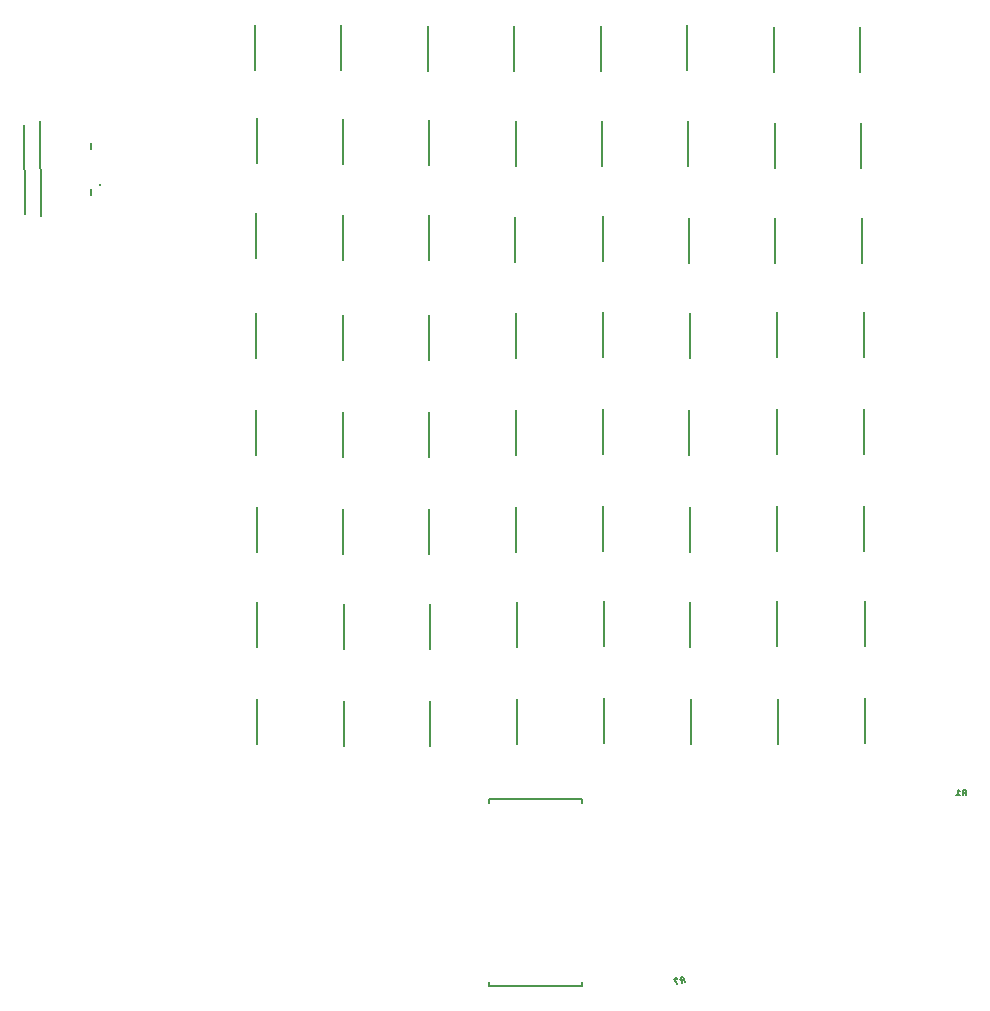
<source format=gbr>
G04 EAGLE Gerber RS-274X export*
G75*
%MOMM*%
%FSLAX34Y34*%
%LPD*%
%INSilkscreen Bottom*%
%IPPOS*%
%AMOC8*
5,1,8,0,0,1.08239X$1,22.5*%
G01*
%ADD10C,0.203200*%
%ADD11C,0.127000*%
%ADD12C,0.152400*%
%ADD13C,0.100000*%


D10*
X-517450Y330006D02*
X-517450Y368106D01*
X-444556Y367268D02*
X-444556Y329168D01*
X-371734Y328642D02*
X-371734Y366742D01*
X-298546Y365952D02*
X-298546Y327852D01*
X-225725Y327928D02*
X-225725Y366028D01*
X-152308Y365501D02*
X-152308Y327401D01*
X-79291Y325752D02*
X-79291Y363852D01*
X-6546Y364228D02*
X-6546Y326128D01*
X-518305Y287748D02*
X-518305Y249648D01*
X-444997Y247942D02*
X-444997Y286042D01*
X-519261Y409087D02*
X-519261Y447187D01*
X-372088Y285886D02*
X-372088Y247786D01*
X-299153Y246636D02*
X-299153Y284736D01*
X-224937Y285583D02*
X-224937Y247483D01*
X-151730Y245860D02*
X-151730Y283960D01*
X-79060Y283418D02*
X-79060Y245318D01*
X-5104Y245750D02*
X-5104Y283850D01*
X-518228Y203233D02*
X-518228Y165133D01*
X-444920Y163428D02*
X-444920Y201528D01*
X-372011Y201372D02*
X-372011Y163272D01*
X-298289Y165133D02*
X-298289Y203233D01*
X-446273Y408584D02*
X-446273Y446684D01*
X-224730Y203911D02*
X-224730Y165811D01*
X-151381Y165208D02*
X-151381Y203308D01*
X-77554Y203618D02*
X-77554Y165518D01*
X-3831Y165966D02*
X-3831Y204066D01*
X-518359Y121347D02*
X-518359Y83247D01*
X-445052Y81541D02*
X-445052Y119641D01*
X-372143Y119486D02*
X-372143Y81386D01*
X-298421Y83247D02*
X-298421Y121347D01*
X-224861Y122024D02*
X-224861Y83924D01*
X-151512Y83321D02*
X-151512Y121421D01*
X-373018Y408185D02*
X-373018Y446285D01*
X-77686Y121731D02*
X-77686Y83631D01*
X-3963Y84079D02*
X-3963Y122179D01*
X-517962Y39274D02*
X-517962Y1174D01*
X-444654Y-532D02*
X-444654Y37568D01*
X-371745Y37413D02*
X-371745Y-687D01*
X-298023Y1174D02*
X-298023Y39274D01*
X-224463Y39951D02*
X-224463Y1851D01*
X-151115Y1248D02*
X-151115Y39348D01*
X-77288Y39658D02*
X-77288Y1558D01*
X-3565Y2006D02*
X-3565Y40106D01*
X-299958Y408437D02*
X-299958Y446537D01*
X-517638Y-41299D02*
X-517638Y-79399D01*
X-444331Y-81104D02*
X-444331Y-43004D01*
X-371421Y-43160D02*
X-371421Y-81260D01*
X-297699Y-79399D02*
X-297699Y-41299D01*
X-224140Y-40621D02*
X-224140Y-78721D01*
X-150791Y-79324D02*
X-150791Y-41224D01*
X-76964Y-40914D02*
X-76964Y-79014D01*
X-3241Y-78566D02*
X-3241Y-40466D01*
X-517383Y-123647D02*
X-517383Y-161747D01*
X-444076Y-163453D02*
X-444076Y-125353D01*
X-226783Y408049D02*
X-226783Y446149D01*
X-371166Y-125508D02*
X-371166Y-163608D01*
X-297444Y-161747D02*
X-297444Y-123647D01*
X-223885Y-122969D02*
X-223885Y-161069D01*
X-150536Y-161673D02*
X-150536Y-123573D01*
X-76709Y-123262D02*
X-76709Y-161362D01*
X-2986Y-160915D02*
X-2986Y-122815D01*
X-153737Y408571D02*
X-153737Y446671D01*
X-80042Y445239D02*
X-80042Y407139D01*
X-7297Y407514D02*
X-7297Y445614D01*
D11*
X82667Y-200468D02*
X82667Y-205294D01*
X82667Y-200468D02*
X81327Y-200468D01*
X81327Y-200467D02*
X81256Y-200469D01*
X81184Y-200475D01*
X81114Y-200484D01*
X81044Y-200497D01*
X80974Y-200514D01*
X80906Y-200535D01*
X80839Y-200559D01*
X80773Y-200587D01*
X80709Y-200618D01*
X80646Y-200653D01*
X80586Y-200691D01*
X80527Y-200732D01*
X80471Y-200776D01*
X80417Y-200823D01*
X80366Y-200872D01*
X80318Y-200925D01*
X80272Y-200980D01*
X80230Y-201037D01*
X80190Y-201097D01*
X80154Y-201158D01*
X80121Y-201222D01*
X80092Y-201287D01*
X80066Y-201353D01*
X80043Y-201421D01*
X80024Y-201490D01*
X80009Y-201560D01*
X79998Y-201630D01*
X79990Y-201701D01*
X79986Y-201772D01*
X79986Y-201844D01*
X79990Y-201915D01*
X79998Y-201986D01*
X80009Y-202056D01*
X80024Y-202126D01*
X80043Y-202195D01*
X80066Y-202263D01*
X80092Y-202329D01*
X80121Y-202394D01*
X80154Y-202458D01*
X80190Y-202519D01*
X80230Y-202579D01*
X80272Y-202636D01*
X80318Y-202691D01*
X80366Y-202744D01*
X80417Y-202793D01*
X80471Y-202840D01*
X80527Y-202884D01*
X80586Y-202925D01*
X80646Y-202963D01*
X80709Y-202998D01*
X80773Y-203029D01*
X80839Y-203057D01*
X80906Y-203081D01*
X80974Y-203102D01*
X81044Y-203119D01*
X81114Y-203132D01*
X81184Y-203141D01*
X81256Y-203147D01*
X81327Y-203149D01*
X82667Y-203149D01*
X81059Y-203149D02*
X79986Y-205294D01*
X77245Y-201540D02*
X75904Y-200468D01*
X75904Y-205294D01*
X74564Y-205294D02*
X77245Y-205294D01*
X-156781Y-358851D02*
X-155589Y-363527D01*
X-156781Y-358851D02*
X-158080Y-359182D01*
X-158149Y-359201D01*
X-158216Y-359224D01*
X-158283Y-359251D01*
X-158347Y-359281D01*
X-158410Y-359314D01*
X-158472Y-359351D01*
X-158531Y-359391D01*
X-158588Y-359435D01*
X-158642Y-359481D01*
X-158694Y-359530D01*
X-158743Y-359581D01*
X-158790Y-359635D01*
X-158833Y-359692D01*
X-158874Y-359751D01*
X-158911Y-359812D01*
X-158945Y-359875D01*
X-158976Y-359939D01*
X-159003Y-360005D01*
X-159026Y-360073D01*
X-159046Y-360141D01*
X-159062Y-360211D01*
X-159075Y-360281D01*
X-159084Y-360352D01*
X-159089Y-360423D01*
X-159090Y-360494D01*
X-159087Y-360566D01*
X-159081Y-360637D01*
X-159071Y-360707D01*
X-159057Y-360778D01*
X-159039Y-360847D01*
X-159018Y-360915D01*
X-158993Y-360982D01*
X-158965Y-361047D01*
X-158933Y-361111D01*
X-158897Y-361173D01*
X-158859Y-361233D01*
X-158817Y-361291D01*
X-158773Y-361347D01*
X-158725Y-361400D01*
X-158675Y-361451D01*
X-158622Y-361499D01*
X-158567Y-361544D01*
X-158509Y-361586D01*
X-158449Y-361625D01*
X-158387Y-361660D01*
X-158323Y-361693D01*
X-158258Y-361722D01*
X-158191Y-361747D01*
X-158123Y-361769D01*
X-158054Y-361787D01*
X-157984Y-361801D01*
X-157914Y-361812D01*
X-157843Y-361819D01*
X-157771Y-361822D01*
X-157700Y-361821D01*
X-157629Y-361817D01*
X-157558Y-361808D01*
X-157487Y-361796D01*
X-157418Y-361780D01*
X-156119Y-361449D01*
X-157677Y-361846D02*
X-158187Y-364190D01*
X-161903Y-360710D02*
X-162036Y-360190D01*
X-164634Y-360853D01*
X-162142Y-365198D01*
D12*
X-242642Y-366621D02*
X-242642Y-363319D01*
X-320874Y-211427D02*
X-320874Y-208125D01*
X-242642Y-208125D01*
X-242642Y-211427D01*
X-242642Y-366621D02*
X-320874Y-366621D01*
X-320874Y-363319D01*
D11*
X-713844Y287134D02*
X-714629Y362130D01*
D13*
X-651354Y312295D02*
X-651352Y312339D01*
X-651346Y312383D01*
X-651336Y312426D01*
X-651323Y312468D01*
X-651306Y312509D01*
X-651285Y312548D01*
X-651261Y312585D01*
X-651234Y312620D01*
X-651204Y312652D01*
X-651171Y312682D01*
X-651135Y312708D01*
X-651098Y312732D01*
X-651058Y312751D01*
X-651017Y312768D01*
X-650974Y312780D01*
X-650931Y312789D01*
X-650887Y312794D01*
X-650843Y312795D01*
X-650799Y312792D01*
X-650755Y312785D01*
X-650712Y312774D01*
X-650670Y312760D01*
X-650630Y312742D01*
X-650591Y312720D01*
X-650555Y312696D01*
X-650521Y312668D01*
X-650489Y312637D01*
X-650460Y312603D01*
X-650434Y312567D01*
X-650412Y312529D01*
X-650393Y312489D01*
X-650378Y312447D01*
X-650366Y312405D01*
X-650358Y312361D01*
X-650354Y312317D01*
X-650354Y312273D01*
X-650358Y312229D01*
X-650366Y312185D01*
X-650378Y312143D01*
X-650393Y312101D01*
X-650412Y312061D01*
X-650434Y312023D01*
X-650460Y311987D01*
X-650489Y311953D01*
X-650521Y311922D01*
X-650555Y311894D01*
X-650591Y311870D01*
X-650630Y311848D01*
X-650670Y311830D01*
X-650712Y311816D01*
X-650755Y311805D01*
X-650799Y311798D01*
X-650843Y311795D01*
X-650887Y311796D01*
X-650931Y311801D01*
X-650974Y311810D01*
X-651017Y311822D01*
X-651058Y311839D01*
X-651098Y311858D01*
X-651135Y311882D01*
X-651171Y311908D01*
X-651204Y311938D01*
X-651234Y311970D01*
X-651261Y312005D01*
X-651285Y312042D01*
X-651306Y312081D01*
X-651323Y312122D01*
X-651336Y312164D01*
X-651346Y312207D01*
X-651352Y312251D01*
X-651354Y312295D01*
D11*
X-658062Y308219D02*
X-658009Y303220D01*
X-658418Y342217D02*
X-658470Y347217D01*
X-701669Y365966D02*
X-700825Y285370D01*
M02*

</source>
